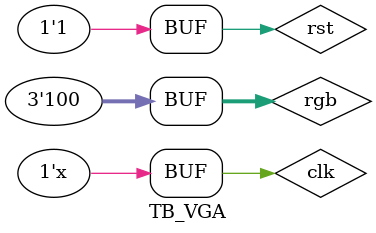
<source format=v>
`timescale 20ns / 10ns
`include "../VGA.v"
module TB_VGA;

  reg clk;
  reg rst;
  reg [2:0] rgb;
  
  wire [9:0] oCtrH, oCtrV;
  wire RED, GREEN, BLUE, HS, VS;
  
  VGA VGA (
  .clk(clk),
  .rst(rst),
  .rgb(rgb),
  .oCtrH(oCtrH), 
  .oCtrV(oCtrV),
  .RED(RED), 
  .GREEN(GREEN), 
  .BLUE(BLUE), 
  .HS(HS), 
  .VS(VS)
  );
	
	always
	begin
		#1  clk =  ! clk;
	end

	initial begin
		// Initialize Inputs
		clk = 0;
		rst = 0;
		rgb = 3'b100;
		#100
		rst=1;
	
	end

endmodule

</source>
